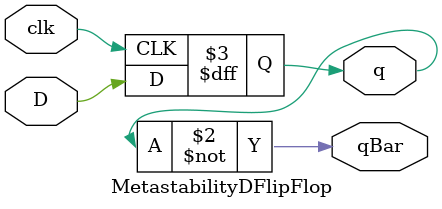
<source format=v>
module MetastabilityDFlipFlop(q, qBar, D, clk);
	input D, clk;
	output q, qBar;
	reg q;
	not n1 (qBar, q);
		always@ (posedge clk)
		begin
			q <= D;
		end
endmodule
</source>
